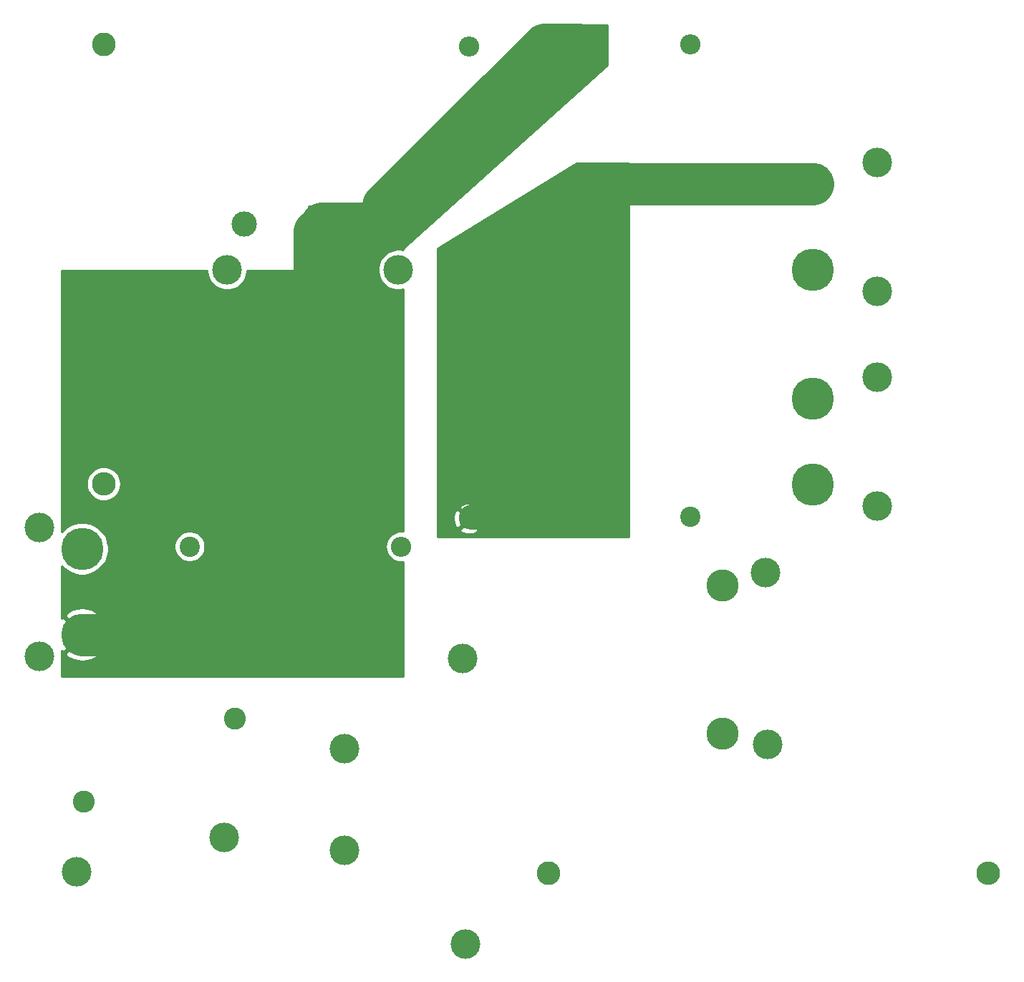
<source format=gbr>
G04 #@! TF.GenerationSoftware,KiCad,Pcbnew,(5.1.4)-1*
G04 #@! TF.CreationDate,2019-10-17T19:09:16-07:00*
G04 #@! TF.ProjectId,amiga crossover,616d6967-6120-4637-926f-73736f766572,0.2*
G04 #@! TF.SameCoordinates,Original*
G04 #@! TF.FileFunction,Copper,L2,Bot*
G04 #@! TF.FilePolarity,Positive*
%FSLAX46Y46*%
G04 Gerber Fmt 4.6, Leading zero omitted, Abs format (unit mm)*
G04 Created by KiCad (PCBNEW (5.1.4)-1) date 2019-10-17 19:09:16*
%MOMM*%
%LPD*%
G04 APERTURE LIST*
%ADD10O,2.800000X2.800000*%
%ADD11C,2.800000*%
%ADD12O,2.400000X2.400000*%
%ADD13C,2.400000*%
%ADD14C,2.600000*%
%ADD15C,3.000000*%
%ADD16C,3.800000*%
%ADD17C,5.000000*%
%ADD18C,3.500000*%
%ADD19C,5.000000*%
%ADD20C,3.000000*%
%ADD21C,1.000000*%
%ADD22C,0.254000*%
G04 APERTURE END LIST*
D10*
X218878000Y-122174000D03*
D11*
X166878000Y-122174000D03*
D12*
X149460000Y-83566000D03*
D13*
X124460000Y-83566000D03*
D10*
X114300000Y-76130000D03*
D11*
X114300000Y-24130000D03*
D14*
X129844800Y-103886000D03*
X111963200Y-113741200D03*
D15*
X147370800Y-45364400D03*
X130911600Y-45415200D03*
D16*
X187452000Y-88188800D03*
X187452000Y-105664000D03*
D17*
X198120000Y-66040000D03*
X198120000Y-76200000D03*
X198120000Y-50800000D03*
X198120000Y-40640000D03*
X111760000Y-93980000D03*
X111760000Y-83820000D03*
D12*
X170434000Y-24130000D03*
D13*
X170434000Y-80010000D03*
D12*
X183642000Y-24130000D03*
D13*
X183642000Y-80010000D03*
D12*
X157480000Y-24384000D03*
D13*
X157480000Y-80264000D03*
D18*
X128905000Y-50800000D03*
X149098000Y-50800000D03*
X205740000Y-38100000D03*
X205740000Y-53340000D03*
X205740000Y-63500000D03*
X205740000Y-78740000D03*
X106680000Y-81280000D03*
X106680000Y-96520000D03*
X192532000Y-86614000D03*
X192786000Y-106934000D03*
X156718000Y-96774000D03*
X142748000Y-107442000D03*
X128524000Y-117983000D03*
X111125000Y-122047000D03*
X142748000Y-119507000D03*
X157099000Y-130556000D03*
D19*
X139192000Y-88138000D02*
X139192000Y-46228000D01*
X133350000Y-93980000D02*
X139192000Y-88138000D01*
D20*
X140055600Y-45364400D02*
X139192000Y-46228000D01*
D19*
X147370800Y-45364400D02*
X140055600Y-45364400D01*
X111760000Y-93980000D02*
X133350000Y-93980000D01*
X170434000Y-24130000D02*
X166370000Y-24130000D01*
X147370800Y-43129200D02*
X147370800Y-44929999D01*
X166370000Y-24130000D02*
X147370800Y-43129200D01*
D21*
X157734000Y-80010000D02*
X157480000Y-80264000D01*
D20*
X170434000Y-80010000D02*
X157734000Y-80010000D01*
X170688000Y-40640000D02*
X170434000Y-40894000D01*
D19*
X170434000Y-40894000D02*
X170434000Y-80010000D01*
X198120000Y-40640000D02*
X170688000Y-40640000D01*
D22*
G36*
X173863000Y-26613217D02*
G01*
X149775317Y-48165354D01*
X149758480Y-48183694D01*
X149745544Y-48204966D01*
X149737006Y-48228352D01*
X149733000Y-48260000D01*
X149733000Y-48494584D01*
X149332902Y-48415000D01*
X148863098Y-48415000D01*
X148402321Y-48506654D01*
X147968279Y-48686440D01*
X147577651Y-48947450D01*
X147245450Y-49279651D01*
X146984440Y-49670279D01*
X146804654Y-50104321D01*
X146713000Y-50565098D01*
X146713000Y-51034902D01*
X146804654Y-51495679D01*
X146984440Y-51929721D01*
X147245450Y-52320349D01*
X147577651Y-52652550D01*
X147968279Y-52913560D01*
X148402321Y-53093346D01*
X148863098Y-53185000D01*
X149332902Y-53185000D01*
X149733000Y-53105416D01*
X149733000Y-81749010D01*
X149550139Y-81731000D01*
X149369861Y-81731000D01*
X149100277Y-81757552D01*
X148754378Y-81862479D01*
X148435596Y-82032871D01*
X148156181Y-82262181D01*
X147926871Y-82541596D01*
X147756479Y-82860378D01*
X147651552Y-83206277D01*
X147616122Y-83566000D01*
X147651552Y-83925723D01*
X147756479Y-84271622D01*
X147926871Y-84590404D01*
X148156181Y-84869819D01*
X148435596Y-85099129D01*
X148754378Y-85269521D01*
X149100277Y-85374448D01*
X149369861Y-85401000D01*
X149550139Y-85401000D01*
X149733000Y-85382990D01*
X149733000Y-98933000D01*
X109347000Y-98933000D01*
X109347000Y-96183148D01*
X109736457Y-96183148D01*
X110012627Y-96601118D01*
X110557557Y-96891649D01*
X111148696Y-97070287D01*
X111763328Y-97130168D01*
X112377831Y-97068990D01*
X112968592Y-96889103D01*
X113507373Y-96601118D01*
X113783543Y-96183148D01*
X111760000Y-94159605D01*
X109736457Y-96183148D01*
X109347000Y-96183148D01*
X109347000Y-95864885D01*
X109556852Y-96003543D01*
X111580395Y-93980000D01*
X111939605Y-93980000D01*
X113963148Y-96003543D01*
X114381118Y-95727373D01*
X114671649Y-95182443D01*
X114850287Y-94591304D01*
X114910168Y-93976672D01*
X114848990Y-93362169D01*
X114669103Y-92771408D01*
X114381118Y-92232627D01*
X113963148Y-91956457D01*
X111939605Y-93980000D01*
X111580395Y-93980000D01*
X109556852Y-91956457D01*
X109347000Y-92095115D01*
X109347000Y-91776852D01*
X109736457Y-91776852D01*
X111760000Y-93800395D01*
X113783543Y-91776852D01*
X113507373Y-91358882D01*
X112962443Y-91068351D01*
X112371304Y-90889713D01*
X111756672Y-90829832D01*
X111142169Y-90891010D01*
X110551408Y-91070897D01*
X110012627Y-91358882D01*
X109736457Y-91776852D01*
X109347000Y-91776852D01*
X109347000Y-85840560D01*
X109761554Y-86255114D01*
X110275021Y-86598201D01*
X110845554Y-86834524D01*
X111451229Y-86955000D01*
X112068771Y-86955000D01*
X112674446Y-86834524D01*
X113244979Y-86598201D01*
X113758446Y-86255114D01*
X114195114Y-85818446D01*
X114538201Y-85304979D01*
X114774524Y-84734446D01*
X114895000Y-84128771D01*
X114895000Y-83511229D01*
X114869945Y-83385268D01*
X122625000Y-83385268D01*
X122625000Y-83746732D01*
X122695518Y-84101250D01*
X122833844Y-84435199D01*
X123034662Y-84735744D01*
X123290256Y-84991338D01*
X123590801Y-85192156D01*
X123924750Y-85330482D01*
X124279268Y-85401000D01*
X124640732Y-85401000D01*
X124995250Y-85330482D01*
X125329199Y-85192156D01*
X125629744Y-84991338D01*
X125885338Y-84735744D01*
X126086156Y-84435199D01*
X126224482Y-84101250D01*
X126295000Y-83746732D01*
X126295000Y-83385268D01*
X126224482Y-83030750D01*
X126086156Y-82696801D01*
X125885338Y-82396256D01*
X125629744Y-82140662D01*
X125329199Y-81939844D01*
X124995250Y-81801518D01*
X124640732Y-81731000D01*
X124279268Y-81731000D01*
X123924750Y-81801518D01*
X123590801Y-81939844D01*
X123290256Y-82140662D01*
X123034662Y-82396256D01*
X122833844Y-82696801D01*
X122695518Y-83030750D01*
X122625000Y-83385268D01*
X114869945Y-83385268D01*
X114774524Y-82905554D01*
X114538201Y-82335021D01*
X114195114Y-81821554D01*
X113758446Y-81384886D01*
X113244979Y-81041799D01*
X112674446Y-80805476D01*
X112068771Y-80685000D01*
X111451229Y-80685000D01*
X110845554Y-80805476D01*
X110275021Y-81041799D01*
X109761554Y-81384886D01*
X109347000Y-81799440D01*
X109347000Y-76130000D01*
X112255154Y-76130000D01*
X112294445Y-76528930D01*
X112410809Y-76912529D01*
X112599773Y-77266056D01*
X112854076Y-77575924D01*
X113163944Y-77830227D01*
X113517471Y-78019191D01*
X113901070Y-78135555D01*
X114200031Y-78165000D01*
X114399969Y-78165000D01*
X114698930Y-78135555D01*
X115082529Y-78019191D01*
X115436056Y-77830227D01*
X115745924Y-77575924D01*
X116000227Y-77266056D01*
X116189191Y-76912529D01*
X116305555Y-76528930D01*
X116344846Y-76130000D01*
X116305555Y-75731070D01*
X116189191Y-75347471D01*
X116000227Y-74993944D01*
X115745924Y-74684076D01*
X115436056Y-74429773D01*
X115082529Y-74240809D01*
X114698930Y-74124445D01*
X114399969Y-74095000D01*
X114200031Y-74095000D01*
X113901070Y-74124445D01*
X113517471Y-74240809D01*
X113163944Y-74429773D01*
X112854076Y-74684076D01*
X112599773Y-74993944D01*
X112410809Y-75347471D01*
X112294445Y-75731070D01*
X112255154Y-76130000D01*
X109347000Y-76130000D01*
X109347000Y-50927000D01*
X126520000Y-50927000D01*
X126520000Y-51034902D01*
X126611654Y-51495679D01*
X126791440Y-51929721D01*
X127052450Y-52320349D01*
X127384651Y-52652550D01*
X127775279Y-52913560D01*
X128209321Y-53093346D01*
X128670098Y-53185000D01*
X129139902Y-53185000D01*
X129600679Y-53093346D01*
X130034721Y-52913560D01*
X130425349Y-52652550D01*
X130757550Y-52320349D01*
X131018560Y-51929721D01*
X131198346Y-51495679D01*
X131290000Y-51034902D01*
X131290000Y-50927000D01*
X138430000Y-50927000D01*
X138454776Y-50924560D01*
X138478601Y-50917333D01*
X138500557Y-50905597D01*
X138519803Y-50889803D01*
X138535597Y-50870557D01*
X138547333Y-50848601D01*
X138554560Y-50824776D01*
X138557000Y-50800000D01*
X138557000Y-46856053D01*
X146058752Y-46856053D01*
X146214762Y-47171614D01*
X146589545Y-47362420D01*
X146994351Y-47476444D01*
X147413624Y-47509302D01*
X147831251Y-47459734D01*
X148231183Y-47329643D01*
X148526838Y-47171614D01*
X148682848Y-46856053D01*
X147370800Y-45544005D01*
X146058752Y-46856053D01*
X138557000Y-46856053D01*
X138557000Y-45407224D01*
X145225898Y-45407224D01*
X145275466Y-45824851D01*
X145405557Y-46224783D01*
X145563586Y-46520438D01*
X145879147Y-46676448D01*
X147191195Y-45364400D01*
X147550405Y-45364400D01*
X148862453Y-46676448D01*
X149178014Y-46520438D01*
X149368820Y-46145655D01*
X149482844Y-45740849D01*
X149515702Y-45321576D01*
X149466134Y-44903949D01*
X149336043Y-44504017D01*
X149178014Y-44208362D01*
X148862453Y-44052352D01*
X147550405Y-45364400D01*
X147191195Y-45364400D01*
X145879147Y-44052352D01*
X145563586Y-44208362D01*
X145372780Y-44583145D01*
X145258756Y-44987951D01*
X145225898Y-45407224D01*
X138557000Y-45407224D01*
X138557000Y-43872747D01*
X146058752Y-43872747D01*
X147370800Y-45184795D01*
X148682848Y-43872747D01*
X148526838Y-43557186D01*
X148152055Y-43366380D01*
X147747249Y-43252356D01*
X147327976Y-43219498D01*
X146910349Y-43269066D01*
X146510417Y-43399157D01*
X146214762Y-43557186D01*
X146058752Y-43872747D01*
X138557000Y-43872747D01*
X138557000Y-43307000D01*
X144780000Y-43307000D01*
X144804776Y-43304560D01*
X144828601Y-43297333D01*
X144850557Y-43285597D01*
X144869803Y-43269803D01*
X163597800Y-24541806D01*
X168645801Y-24541806D01*
X168760500Y-24882754D01*
X168939511Y-25194774D01*
X169175954Y-25465875D01*
X169460743Y-25685639D01*
X169782934Y-25845621D01*
X170022195Y-25918195D01*
X170307000Y-25801432D01*
X170307000Y-24257000D01*
X170561000Y-24257000D01*
X170561000Y-25801432D01*
X170845805Y-25918195D01*
X171085066Y-25845621D01*
X171407257Y-25685639D01*
X171692046Y-25465875D01*
X171928489Y-25194774D01*
X172107500Y-24882754D01*
X172222199Y-24541806D01*
X172105854Y-24257000D01*
X170561000Y-24257000D01*
X170307000Y-24257000D01*
X168762146Y-24257000D01*
X168645801Y-24541806D01*
X163597800Y-24541806D01*
X164421412Y-23718194D01*
X168645801Y-23718194D01*
X168762146Y-24003000D01*
X170307000Y-24003000D01*
X170307000Y-22458568D01*
X170561000Y-22458568D01*
X170561000Y-24003000D01*
X172105854Y-24003000D01*
X172222199Y-23718194D01*
X172107500Y-23377246D01*
X171928489Y-23065226D01*
X171692046Y-22794125D01*
X171407257Y-22574361D01*
X171085066Y-22414379D01*
X170845805Y-22341805D01*
X170561000Y-22458568D01*
X170307000Y-22458568D01*
X170022195Y-22341805D01*
X169782934Y-22414379D01*
X169460743Y-22574361D01*
X169175954Y-22794125D01*
X168939511Y-23065226D01*
X168760500Y-23377246D01*
X168645801Y-23718194D01*
X164421412Y-23718194D01*
X166270606Y-21869000D01*
X173863000Y-21869000D01*
X173863000Y-26613217D01*
X173863000Y-26613217D01*
G37*
X173863000Y-26613217D02*
X149775317Y-48165354D01*
X149758480Y-48183694D01*
X149745544Y-48204966D01*
X149737006Y-48228352D01*
X149733000Y-48260000D01*
X149733000Y-48494584D01*
X149332902Y-48415000D01*
X148863098Y-48415000D01*
X148402321Y-48506654D01*
X147968279Y-48686440D01*
X147577651Y-48947450D01*
X147245450Y-49279651D01*
X146984440Y-49670279D01*
X146804654Y-50104321D01*
X146713000Y-50565098D01*
X146713000Y-51034902D01*
X146804654Y-51495679D01*
X146984440Y-51929721D01*
X147245450Y-52320349D01*
X147577651Y-52652550D01*
X147968279Y-52913560D01*
X148402321Y-53093346D01*
X148863098Y-53185000D01*
X149332902Y-53185000D01*
X149733000Y-53105416D01*
X149733000Y-81749010D01*
X149550139Y-81731000D01*
X149369861Y-81731000D01*
X149100277Y-81757552D01*
X148754378Y-81862479D01*
X148435596Y-82032871D01*
X148156181Y-82262181D01*
X147926871Y-82541596D01*
X147756479Y-82860378D01*
X147651552Y-83206277D01*
X147616122Y-83566000D01*
X147651552Y-83925723D01*
X147756479Y-84271622D01*
X147926871Y-84590404D01*
X148156181Y-84869819D01*
X148435596Y-85099129D01*
X148754378Y-85269521D01*
X149100277Y-85374448D01*
X149369861Y-85401000D01*
X149550139Y-85401000D01*
X149733000Y-85382990D01*
X149733000Y-98933000D01*
X109347000Y-98933000D01*
X109347000Y-96183148D01*
X109736457Y-96183148D01*
X110012627Y-96601118D01*
X110557557Y-96891649D01*
X111148696Y-97070287D01*
X111763328Y-97130168D01*
X112377831Y-97068990D01*
X112968592Y-96889103D01*
X113507373Y-96601118D01*
X113783543Y-96183148D01*
X111760000Y-94159605D01*
X109736457Y-96183148D01*
X109347000Y-96183148D01*
X109347000Y-95864885D01*
X109556852Y-96003543D01*
X111580395Y-93980000D01*
X111939605Y-93980000D01*
X113963148Y-96003543D01*
X114381118Y-95727373D01*
X114671649Y-95182443D01*
X114850287Y-94591304D01*
X114910168Y-93976672D01*
X114848990Y-93362169D01*
X114669103Y-92771408D01*
X114381118Y-92232627D01*
X113963148Y-91956457D01*
X111939605Y-93980000D01*
X111580395Y-93980000D01*
X109556852Y-91956457D01*
X109347000Y-92095115D01*
X109347000Y-91776852D01*
X109736457Y-91776852D01*
X111760000Y-93800395D01*
X113783543Y-91776852D01*
X113507373Y-91358882D01*
X112962443Y-91068351D01*
X112371304Y-90889713D01*
X111756672Y-90829832D01*
X111142169Y-90891010D01*
X110551408Y-91070897D01*
X110012627Y-91358882D01*
X109736457Y-91776852D01*
X109347000Y-91776852D01*
X109347000Y-85840560D01*
X109761554Y-86255114D01*
X110275021Y-86598201D01*
X110845554Y-86834524D01*
X111451229Y-86955000D01*
X112068771Y-86955000D01*
X112674446Y-86834524D01*
X113244979Y-86598201D01*
X113758446Y-86255114D01*
X114195114Y-85818446D01*
X114538201Y-85304979D01*
X114774524Y-84734446D01*
X114895000Y-84128771D01*
X114895000Y-83511229D01*
X114869945Y-83385268D01*
X122625000Y-83385268D01*
X122625000Y-83746732D01*
X122695518Y-84101250D01*
X122833844Y-84435199D01*
X123034662Y-84735744D01*
X123290256Y-84991338D01*
X123590801Y-85192156D01*
X123924750Y-85330482D01*
X124279268Y-85401000D01*
X124640732Y-85401000D01*
X124995250Y-85330482D01*
X125329199Y-85192156D01*
X125629744Y-84991338D01*
X125885338Y-84735744D01*
X126086156Y-84435199D01*
X126224482Y-84101250D01*
X126295000Y-83746732D01*
X126295000Y-83385268D01*
X126224482Y-83030750D01*
X126086156Y-82696801D01*
X125885338Y-82396256D01*
X125629744Y-82140662D01*
X125329199Y-81939844D01*
X124995250Y-81801518D01*
X124640732Y-81731000D01*
X124279268Y-81731000D01*
X123924750Y-81801518D01*
X123590801Y-81939844D01*
X123290256Y-82140662D01*
X123034662Y-82396256D01*
X122833844Y-82696801D01*
X122695518Y-83030750D01*
X122625000Y-83385268D01*
X114869945Y-83385268D01*
X114774524Y-82905554D01*
X114538201Y-82335021D01*
X114195114Y-81821554D01*
X113758446Y-81384886D01*
X113244979Y-81041799D01*
X112674446Y-80805476D01*
X112068771Y-80685000D01*
X111451229Y-80685000D01*
X110845554Y-80805476D01*
X110275021Y-81041799D01*
X109761554Y-81384886D01*
X109347000Y-81799440D01*
X109347000Y-76130000D01*
X112255154Y-76130000D01*
X112294445Y-76528930D01*
X112410809Y-76912529D01*
X112599773Y-77266056D01*
X112854076Y-77575924D01*
X113163944Y-77830227D01*
X113517471Y-78019191D01*
X113901070Y-78135555D01*
X114200031Y-78165000D01*
X114399969Y-78165000D01*
X114698930Y-78135555D01*
X115082529Y-78019191D01*
X115436056Y-77830227D01*
X115745924Y-77575924D01*
X116000227Y-77266056D01*
X116189191Y-76912529D01*
X116305555Y-76528930D01*
X116344846Y-76130000D01*
X116305555Y-75731070D01*
X116189191Y-75347471D01*
X116000227Y-74993944D01*
X115745924Y-74684076D01*
X115436056Y-74429773D01*
X115082529Y-74240809D01*
X114698930Y-74124445D01*
X114399969Y-74095000D01*
X114200031Y-74095000D01*
X113901070Y-74124445D01*
X113517471Y-74240809D01*
X113163944Y-74429773D01*
X112854076Y-74684076D01*
X112599773Y-74993944D01*
X112410809Y-75347471D01*
X112294445Y-75731070D01*
X112255154Y-76130000D01*
X109347000Y-76130000D01*
X109347000Y-50927000D01*
X126520000Y-50927000D01*
X126520000Y-51034902D01*
X126611654Y-51495679D01*
X126791440Y-51929721D01*
X127052450Y-52320349D01*
X127384651Y-52652550D01*
X127775279Y-52913560D01*
X128209321Y-53093346D01*
X128670098Y-53185000D01*
X129139902Y-53185000D01*
X129600679Y-53093346D01*
X130034721Y-52913560D01*
X130425349Y-52652550D01*
X130757550Y-52320349D01*
X131018560Y-51929721D01*
X131198346Y-51495679D01*
X131290000Y-51034902D01*
X131290000Y-50927000D01*
X138430000Y-50927000D01*
X138454776Y-50924560D01*
X138478601Y-50917333D01*
X138500557Y-50905597D01*
X138519803Y-50889803D01*
X138535597Y-50870557D01*
X138547333Y-50848601D01*
X138554560Y-50824776D01*
X138557000Y-50800000D01*
X138557000Y-46856053D01*
X146058752Y-46856053D01*
X146214762Y-47171614D01*
X146589545Y-47362420D01*
X146994351Y-47476444D01*
X147413624Y-47509302D01*
X147831251Y-47459734D01*
X148231183Y-47329643D01*
X148526838Y-47171614D01*
X148682848Y-46856053D01*
X147370800Y-45544005D01*
X146058752Y-46856053D01*
X138557000Y-46856053D01*
X138557000Y-45407224D01*
X145225898Y-45407224D01*
X145275466Y-45824851D01*
X145405557Y-46224783D01*
X145563586Y-46520438D01*
X145879147Y-46676448D01*
X147191195Y-45364400D01*
X147550405Y-45364400D01*
X148862453Y-46676448D01*
X149178014Y-46520438D01*
X149368820Y-46145655D01*
X149482844Y-45740849D01*
X149515702Y-45321576D01*
X149466134Y-44903949D01*
X149336043Y-44504017D01*
X149178014Y-44208362D01*
X148862453Y-44052352D01*
X147550405Y-45364400D01*
X147191195Y-45364400D01*
X145879147Y-44052352D01*
X145563586Y-44208362D01*
X145372780Y-44583145D01*
X145258756Y-44987951D01*
X145225898Y-45407224D01*
X138557000Y-45407224D01*
X138557000Y-43872747D01*
X146058752Y-43872747D01*
X147370800Y-45184795D01*
X148682848Y-43872747D01*
X148526838Y-43557186D01*
X148152055Y-43366380D01*
X147747249Y-43252356D01*
X147327976Y-43219498D01*
X146910349Y-43269066D01*
X146510417Y-43399157D01*
X146214762Y-43557186D01*
X146058752Y-43872747D01*
X138557000Y-43872747D01*
X138557000Y-43307000D01*
X144780000Y-43307000D01*
X144804776Y-43304560D01*
X144828601Y-43297333D01*
X144850557Y-43285597D01*
X144869803Y-43269803D01*
X163597800Y-24541806D01*
X168645801Y-24541806D01*
X168760500Y-24882754D01*
X168939511Y-25194774D01*
X169175954Y-25465875D01*
X169460743Y-25685639D01*
X169782934Y-25845621D01*
X170022195Y-25918195D01*
X170307000Y-25801432D01*
X170307000Y-24257000D01*
X170561000Y-24257000D01*
X170561000Y-25801432D01*
X170845805Y-25918195D01*
X171085066Y-25845621D01*
X171407257Y-25685639D01*
X171692046Y-25465875D01*
X171928489Y-25194774D01*
X172107500Y-24882754D01*
X172222199Y-24541806D01*
X172105854Y-24257000D01*
X170561000Y-24257000D01*
X170307000Y-24257000D01*
X168762146Y-24257000D01*
X168645801Y-24541806D01*
X163597800Y-24541806D01*
X164421412Y-23718194D01*
X168645801Y-23718194D01*
X168762146Y-24003000D01*
X170307000Y-24003000D01*
X170307000Y-22458568D01*
X170561000Y-22458568D01*
X170561000Y-24003000D01*
X172105854Y-24003000D01*
X172222199Y-23718194D01*
X172107500Y-23377246D01*
X171928489Y-23065226D01*
X171692046Y-22794125D01*
X171407257Y-22574361D01*
X171085066Y-22414379D01*
X170845805Y-22341805D01*
X170561000Y-22458568D01*
X170307000Y-22458568D01*
X170022195Y-22341805D01*
X169782934Y-22414379D01*
X169460743Y-22574361D01*
X169175954Y-22794125D01*
X168939511Y-23065226D01*
X168760500Y-23377246D01*
X168645801Y-23718194D01*
X164421412Y-23718194D01*
X166270606Y-21869000D01*
X173863000Y-21869000D01*
X173863000Y-26613217D01*
G36*
X176403000Y-82423000D02*
G01*
X153797000Y-82423000D01*
X153797000Y-81541980D01*
X156381626Y-81541980D01*
X156501514Y-81826836D01*
X156825210Y-81987699D01*
X157174069Y-82082322D01*
X157534684Y-82107067D01*
X157893198Y-82060985D01*
X158235833Y-81945846D01*
X158458486Y-81826836D01*
X158578374Y-81541980D01*
X157480000Y-80443605D01*
X156381626Y-81541980D01*
X153797000Y-81541980D01*
X153797000Y-80318684D01*
X155636933Y-80318684D01*
X155683015Y-80677198D01*
X155798154Y-81019833D01*
X155917164Y-81242486D01*
X156202020Y-81362374D01*
X157300395Y-80264000D01*
X157659605Y-80264000D01*
X158757980Y-81362374D01*
X158934741Y-81287980D01*
X169335626Y-81287980D01*
X169455514Y-81572836D01*
X169779210Y-81733699D01*
X170128069Y-81828322D01*
X170488684Y-81853067D01*
X170847198Y-81806985D01*
X171189833Y-81691846D01*
X171412486Y-81572836D01*
X171532374Y-81287980D01*
X170434000Y-80189605D01*
X169335626Y-81287980D01*
X158934741Y-81287980D01*
X159042836Y-81242486D01*
X159203699Y-80918790D01*
X159298322Y-80569931D01*
X159323067Y-80209316D01*
X159304477Y-80064684D01*
X168590933Y-80064684D01*
X168637015Y-80423198D01*
X168752154Y-80765833D01*
X168871164Y-80988486D01*
X169156020Y-81108374D01*
X170254395Y-80010000D01*
X170613605Y-80010000D01*
X171711980Y-81108374D01*
X171996836Y-80988486D01*
X172157699Y-80664790D01*
X172252322Y-80315931D01*
X172277067Y-79955316D01*
X172230985Y-79596802D01*
X172115846Y-79254167D01*
X171996836Y-79031514D01*
X171711980Y-78911626D01*
X170613605Y-80010000D01*
X170254395Y-80010000D01*
X169156020Y-78911626D01*
X168871164Y-79031514D01*
X168710301Y-79355210D01*
X168615678Y-79704069D01*
X168590933Y-80064684D01*
X159304477Y-80064684D01*
X159276985Y-79850802D01*
X159161846Y-79508167D01*
X159042836Y-79285514D01*
X158757980Y-79165626D01*
X157659605Y-80264000D01*
X157300395Y-80264000D01*
X156202020Y-79165626D01*
X155917164Y-79285514D01*
X155756301Y-79609210D01*
X155661678Y-79958069D01*
X155636933Y-80318684D01*
X153797000Y-80318684D01*
X153797000Y-78986020D01*
X156381626Y-78986020D01*
X157480000Y-80084395D01*
X158578374Y-78986020D01*
X158471473Y-78732020D01*
X169335626Y-78732020D01*
X170434000Y-79830395D01*
X171532374Y-78732020D01*
X171412486Y-78447164D01*
X171088790Y-78286301D01*
X170739931Y-78191678D01*
X170379316Y-78166933D01*
X170020802Y-78213015D01*
X169678167Y-78328154D01*
X169455514Y-78447164D01*
X169335626Y-78732020D01*
X158471473Y-78732020D01*
X158458486Y-78701164D01*
X158134790Y-78540301D01*
X157785931Y-78445678D01*
X157425316Y-78420933D01*
X157066802Y-78467015D01*
X156724167Y-78582154D01*
X156501514Y-78701164D01*
X156381626Y-78986020D01*
X153797000Y-78986020D01*
X153797000Y-48330967D01*
X170215947Y-38227000D01*
X176403000Y-38227000D01*
X176403000Y-82423000D01*
X176403000Y-82423000D01*
G37*
X176403000Y-82423000D02*
X153797000Y-82423000D01*
X153797000Y-81541980D01*
X156381626Y-81541980D01*
X156501514Y-81826836D01*
X156825210Y-81987699D01*
X157174069Y-82082322D01*
X157534684Y-82107067D01*
X157893198Y-82060985D01*
X158235833Y-81945846D01*
X158458486Y-81826836D01*
X158578374Y-81541980D01*
X157480000Y-80443605D01*
X156381626Y-81541980D01*
X153797000Y-81541980D01*
X153797000Y-80318684D01*
X155636933Y-80318684D01*
X155683015Y-80677198D01*
X155798154Y-81019833D01*
X155917164Y-81242486D01*
X156202020Y-81362374D01*
X157300395Y-80264000D01*
X157659605Y-80264000D01*
X158757980Y-81362374D01*
X158934741Y-81287980D01*
X169335626Y-81287980D01*
X169455514Y-81572836D01*
X169779210Y-81733699D01*
X170128069Y-81828322D01*
X170488684Y-81853067D01*
X170847198Y-81806985D01*
X171189833Y-81691846D01*
X171412486Y-81572836D01*
X171532374Y-81287980D01*
X170434000Y-80189605D01*
X169335626Y-81287980D01*
X158934741Y-81287980D01*
X159042836Y-81242486D01*
X159203699Y-80918790D01*
X159298322Y-80569931D01*
X159323067Y-80209316D01*
X159304477Y-80064684D01*
X168590933Y-80064684D01*
X168637015Y-80423198D01*
X168752154Y-80765833D01*
X168871164Y-80988486D01*
X169156020Y-81108374D01*
X170254395Y-80010000D01*
X170613605Y-80010000D01*
X171711980Y-81108374D01*
X171996836Y-80988486D01*
X172157699Y-80664790D01*
X172252322Y-80315931D01*
X172277067Y-79955316D01*
X172230985Y-79596802D01*
X172115846Y-79254167D01*
X171996836Y-79031514D01*
X171711980Y-78911626D01*
X170613605Y-80010000D01*
X170254395Y-80010000D01*
X169156020Y-78911626D01*
X168871164Y-79031514D01*
X168710301Y-79355210D01*
X168615678Y-79704069D01*
X168590933Y-80064684D01*
X159304477Y-80064684D01*
X159276985Y-79850802D01*
X159161846Y-79508167D01*
X159042836Y-79285514D01*
X158757980Y-79165626D01*
X157659605Y-80264000D01*
X157300395Y-80264000D01*
X156202020Y-79165626D01*
X155917164Y-79285514D01*
X155756301Y-79609210D01*
X155661678Y-79958069D01*
X155636933Y-80318684D01*
X153797000Y-80318684D01*
X153797000Y-78986020D01*
X156381626Y-78986020D01*
X157480000Y-80084395D01*
X158578374Y-78986020D01*
X158471473Y-78732020D01*
X169335626Y-78732020D01*
X170434000Y-79830395D01*
X171532374Y-78732020D01*
X171412486Y-78447164D01*
X171088790Y-78286301D01*
X170739931Y-78191678D01*
X170379316Y-78166933D01*
X170020802Y-78213015D01*
X169678167Y-78328154D01*
X169455514Y-78447164D01*
X169335626Y-78732020D01*
X158471473Y-78732020D01*
X158458486Y-78701164D01*
X158134790Y-78540301D01*
X157785931Y-78445678D01*
X157425316Y-78420933D01*
X157066802Y-78467015D01*
X156724167Y-78582154D01*
X156501514Y-78701164D01*
X156381626Y-78986020D01*
X153797000Y-78986020D01*
X153797000Y-48330967D01*
X170215947Y-38227000D01*
X176403000Y-38227000D01*
X176403000Y-82423000D01*
M02*

</source>
